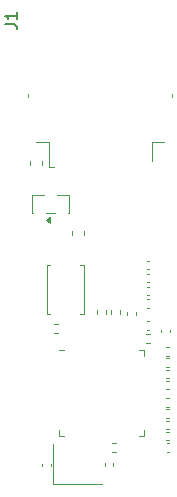
<source format=gbr>
%TF.GenerationSoftware,KiCad,Pcbnew,9.0.5*%
%TF.CreationDate,2025-11-01T21:25:22+11:00*%
%TF.ProjectId,YetAnotherAuthKey,59657441-6e6f-4746-9865-72417574684b,rev?*%
%TF.SameCoordinates,Original*%
%TF.FileFunction,Legend,Top*%
%TF.FilePolarity,Positive*%
%FSLAX46Y46*%
G04 Gerber Fmt 4.6, Leading zero omitted, Abs format (unit mm)*
G04 Created by KiCad (PCBNEW 9.0.5) date 2025-11-01 21:25:22*
%MOMM*%
%LPD*%
G01*
G04 APERTURE LIST*
%ADD10C,0.150000*%
%ADD11C,0.120000*%
G04 APERTURE END LIST*
D10*
X182454819Y-44033333D02*
X183169104Y-44033333D01*
X183169104Y-44033333D02*
X183311961Y-44080952D01*
X183311961Y-44080952D02*
X183407200Y-44176190D01*
X183407200Y-44176190D02*
X183454819Y-44319047D01*
X183454819Y-44319047D02*
X183454819Y-44414285D01*
X183454819Y-43033333D02*
X183454819Y-43604761D01*
X183454819Y-43319047D02*
X182454819Y-43319047D01*
X182454819Y-43319047D02*
X182597676Y-43414285D01*
X182597676Y-43414285D02*
X182692914Y-43509523D01*
X182692914Y-43509523D02*
X182740533Y-43604761D01*
D11*
%TO.C,R3*%
X192180000Y-68553641D02*
X192180000Y-68246359D01*
X191420000Y-68553641D02*
X191420000Y-68246359D01*
%TO.C,C8*%
X194442164Y-65190000D02*
X194657836Y-65190000D01*
X194442164Y-65910000D02*
X194657836Y-65910000D01*
%TO.C,C1*%
X184540000Y-55940580D02*
X184540000Y-55659420D01*
X185560000Y-55940580D02*
X185560000Y-55659420D01*
%TO.C,SW1*%
X185980000Y-64430000D02*
X186280000Y-64430000D01*
X185980000Y-68570000D02*
X185980000Y-64430000D01*
X186280000Y-68570000D02*
X185980000Y-68570000D01*
X188820000Y-64430000D02*
X189120000Y-64430000D01*
X189120000Y-64430000D02*
X189120000Y-68570000D01*
X189120000Y-68570000D02*
X188820000Y-68570000D01*
%TO.C,C6*%
X195690000Y-70137836D02*
X195690000Y-69922164D01*
X196410000Y-70137836D02*
X196410000Y-69922164D01*
%TO.C,U2*%
X184740000Y-58540000D02*
X185740000Y-58540000D01*
X184740000Y-60060000D02*
X184740000Y-58540000D01*
X184790000Y-60060000D02*
X184740000Y-60060000D01*
X186690000Y-60060000D02*
X185910000Y-60060000D01*
X186860000Y-58540000D02*
X187860000Y-58540000D01*
X187860000Y-58540000D02*
X187860000Y-60060000D01*
X187860000Y-60060000D02*
X187810000Y-60060000D01*
X186250000Y-60840000D02*
X185920000Y-60600000D01*
X186250000Y-60360000D01*
X186250000Y-60840000D01*
G36*
X186250000Y-60840000D02*
G01*
X185920000Y-60600000D01*
X186250000Y-60360000D01*
X186250000Y-60840000D01*
G37*
%TO.C,C12*%
X196327836Y-78565000D02*
X196112164Y-78565000D01*
X196327836Y-79285000D02*
X196112164Y-79285000D01*
%TO.C,C2*%
X188090000Y-61571920D02*
X188090000Y-61853080D01*
X189110000Y-61571920D02*
X189110000Y-61853080D01*
%TO.C,Y1*%
X186540000Y-79590000D02*
X186540000Y-83010000D01*
X186540000Y-83010000D02*
X190660000Y-83010000D01*
%TO.C,C10*%
X194442164Y-64090000D02*
X194657836Y-64090000D01*
X194442164Y-64810000D02*
X194657836Y-64810000D01*
%TO.C,J1*%
X184390000Y-50215000D02*
X184390000Y-49945000D01*
X185100000Y-54000000D02*
X186140000Y-54000000D01*
X186140000Y-56100000D02*
X186140000Y-54000000D01*
X186140000Y-56100000D02*
X186600000Y-56100000D01*
X194860000Y-54000000D02*
X195900000Y-54000000D01*
X194860000Y-55620000D02*
X194860000Y-54000000D01*
X196610000Y-50215000D02*
X196610000Y-49945000D01*
%TO.C,L1*%
X192790000Y-68417164D02*
X192790000Y-68632836D01*
X193510000Y-68417164D02*
X193510000Y-68632836D01*
%TO.C,C11*%
X196337836Y-79515000D02*
X196122164Y-79515000D01*
X196337836Y-80235000D02*
X196122164Y-80235000D01*
%TO.C,C17*%
X196307836Y-71390000D02*
X196092164Y-71390000D01*
X196307836Y-72110000D02*
X196092164Y-72110000D01*
%TO.C,R2*%
X190220000Y-68543641D02*
X190220000Y-68236359D01*
X190980000Y-68543641D02*
X190980000Y-68236359D01*
%TO.C,C9*%
X194442164Y-66290000D02*
X194657836Y-66290000D01*
X194442164Y-67010000D02*
X194657836Y-67010000D01*
%TO.C,R4*%
X186913641Y-69420000D02*
X186606359Y-69420000D01*
X186913641Y-70180000D02*
X186606359Y-70180000D01*
%TO.C,R6*%
X194411359Y-70245000D02*
X194718641Y-70245000D01*
X194411359Y-71005000D02*
X194718641Y-71005000D01*
%TO.C,C15*%
X196307836Y-74240000D02*
X196092164Y-74240000D01*
X196307836Y-74960000D02*
X196092164Y-74960000D01*
%TO.C,U1*%
X187015000Y-78885000D02*
X187015000Y-78435000D01*
X187465000Y-71665000D02*
X187015000Y-71665000D01*
X187465000Y-78885000D02*
X187015000Y-78885000D01*
X193785000Y-71665000D02*
X194235000Y-71665000D01*
X193785000Y-78885000D02*
X194235000Y-78885000D01*
X194235000Y-71665000D02*
X194235000Y-72115000D01*
X194235000Y-78885000D02*
X194235000Y-78435000D01*
%TO.C,C7*%
X194462164Y-69190000D02*
X194677836Y-69190000D01*
X194462164Y-69910000D02*
X194677836Y-69910000D01*
%TO.C,C3*%
X185590000Y-81487836D02*
X185590000Y-81272164D01*
X186310000Y-81487836D02*
X186310000Y-81272164D01*
%TO.C,C19*%
X196307836Y-73280000D02*
X196092164Y-73280000D01*
X196307836Y-74000000D02*
X196092164Y-74000000D01*
%TO.C,C18*%
X196307836Y-72340000D02*
X196092164Y-72340000D01*
X196307836Y-73060000D02*
X196092164Y-73060000D01*
%TO.C,C14*%
X196312836Y-76665000D02*
X196097164Y-76665000D01*
X196312836Y-77385000D02*
X196097164Y-77385000D01*
%TO.C,C4*%
X190890000Y-81222164D02*
X190890000Y-81437836D01*
X191610000Y-81222164D02*
X191610000Y-81437836D01*
%TO.C,C16*%
X196312836Y-75715000D02*
X196097164Y-75715000D01*
X196312836Y-76435000D02*
X196097164Y-76435000D01*
%TO.C,C5*%
X194442164Y-67340000D02*
X194657836Y-67340000D01*
X194442164Y-68060000D02*
X194657836Y-68060000D01*
%TO.C,C13*%
X196327836Y-77615000D02*
X196112164Y-77615000D01*
X196327836Y-78335000D02*
X196112164Y-78335000D01*
%TO.C,R5*%
X191546359Y-79520000D02*
X191853641Y-79520000D01*
X191546359Y-80280000D02*
X191853641Y-80280000D01*
%TD*%
M02*

</source>
